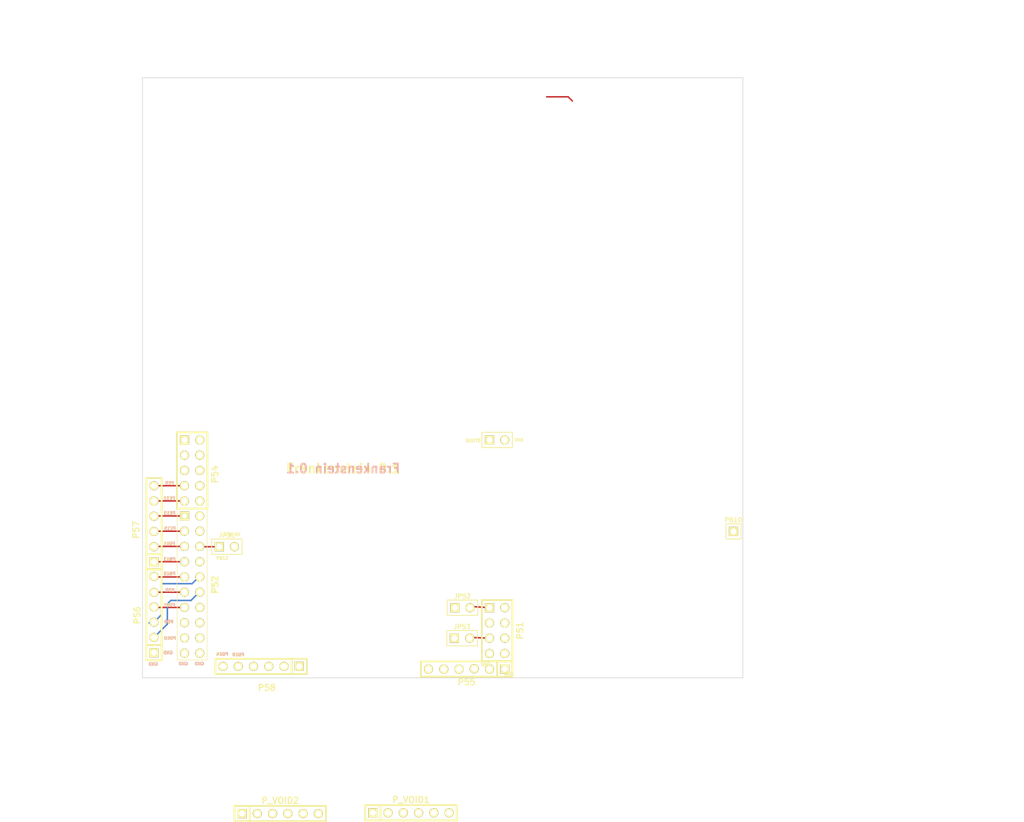
<source format=kicad_pcb>
(kicad_pcb (version 3) (host pcbnew "(2013-07-07 BZR 4022)-stable")

  (general
    (links 38)
    (no_connects 24)
    (area 96.266 79.121 266.827001 217.6018)
    (thickness 1.6)
    (drawings 58)
    (tracks 35)
    (zones 0)
    (modules 14)
    (nets 28)
  )

  (page A3)
  (layers
    (15 F.Cu signal)
    (0 B.Cu signal)
    (16 B.Adhes user)
    (17 F.Adhes user)
    (18 B.Paste user)
    (19 F.Paste user)
    (20 B.SilkS user)
    (21 F.SilkS user)
    (22 B.Mask user)
    (23 F.Mask user)
    (24 Dwgs.User user)
    (25 Cmts.User user)
    (26 Eco1.User user)
    (27 Eco2.User user)
    (28 Edge.Cuts user)
  )

  (setup
    (last_trace_width 0.254)
    (trace_clearance 0.2032)
    (zone_clearance 0.254)
    (zone_45_only no)
    (trace_min 0.254)
    (segment_width 0.2)
    (edge_width 0.1)
    (via_size 0.889)
    (via_drill 0.635)
    (via_min_size 0.889)
    (via_min_drill 0.508)
    (uvia_size 0.508)
    (uvia_drill 0.127)
    (uvias_allowed no)
    (uvia_min_size 0.508)
    (uvia_min_drill 0.127)
    (pcb_text_width 0.3)
    (pcb_text_size 1.5 1.5)
    (mod_edge_width 0.15)
    (mod_text_size 1 1)
    (mod_text_width 0.15)
    (pad_size 1.524 1.524)
    (pad_drill 1.016)
    (pad_to_mask_clearance 0)
    (aux_axis_origin 0 0)
    (visible_elements 7FFFFFBF)
    (pcbplotparams
      (layerselection 318537729)
      (usegerberextensions true)
      (excludeedgelayer true)
      (linewidth 0.150000)
      (plotframeref false)
      (viasonmask false)
      (mode 1)
      (useauxorigin false)
      (hpglpennumber 1)
      (hpglpenspeed 20)
      (hpglpendiameter 15)
      (hpglpenoverlay 2)
      (psnegative false)
      (psa4output false)
      (plotreference true)
      (plotvalue true)
      (plotothertext true)
      (plotinvisibletext false)
      (padsonsilk false)
      (subtractmaskfromsilk false)
      (outputformat 1)
      (mirror false)
      (drillshape 0)
      (scaleselection 1)
      (outputdirectory gerber))
  )

  (net 0 "")
  (net 1 /CAM)
  (net 2 /CAN_RX)
  (net 3 /CRANK)
  (net 4 /H_IN1)
  (net 5 /H_IN2)
  (net 6 /H_IN3)
  (net 7 /H_IN4)
  (net 8 /H_IN5)
  (net 9 /H_IN6)
  (net 10 /PA8)
  (net 11 /PB10)
  (net 12 /PB11)
  (net 13 /PB12)
  (net 14 /PB13)
  (net 15 /PB14)
  (net 16 /PB15)
  (net 17 /PC6)
  (net 18 /PD10)
  (net 19 /PD11)
  (net 20 /PD8)
  (net 21 /PD9)
  (net 22 /PE11)
  (net 23 /PE13)
  (net 24 /PE15)
  (net 25 /PE9)
  (net 26 /VP)
  (net 27 GND)

  (net_class Default "This is the default net class."
    (clearance 0.2032)
    (trace_width 0.254)
    (via_dia 0.889)
    (via_drill 0.635)
    (uvia_dia 0.508)
    (uvia_drill 0.127)
    (add_net "")
    (add_net /CAM)
    (add_net /CAN_RX)
    (add_net /CRANK)
    (add_net /H_IN1)
    (add_net /H_IN2)
    (add_net /H_IN3)
    (add_net /H_IN4)
    (add_net /H_IN5)
    (add_net /H_IN6)
    (add_net /PA8)
    (add_net /PB10)
    (add_net /PB11)
    (add_net /PB12)
    (add_net /PB13)
    (add_net /PB14)
    (add_net /PB15)
    (add_net /PC6)
    (add_net /PD10)
    (add_net /PD11)
    (add_net /PD8)
    (add_net /PD9)
    (add_net /PE11)
    (add_net /PE13)
    (add_net /PE15)
    (add_net /PE9)
    (add_net /VP)
    (add_net GND)
  )

  (module pin_array_4x2 (layer F.Cu) (tedit 3FAB90E6) (tstamp 52E3F361)
    (at 179.07 184.15 270)
    (descr "Double rangee de contacts 2 x 4 pins")
    (tags CONN)
    (path /52DB4402)
    (fp_text reference P51 (at 0 -3.81 270) (layer F.SilkS)
      (effects (font (size 1.016 1.016) (thickness 0.2032)))
    )
    (fp_text value CONN_4X2 (at 0 3.81 270) (layer F.SilkS) hide
      (effects (font (size 1.016 1.016) (thickness 0.2032)))
    )
    (fp_line (start -5.08 -2.54) (end 5.08 -2.54) (layer F.SilkS) (width 0.3048))
    (fp_line (start 5.08 -2.54) (end 5.08 2.54) (layer F.SilkS) (width 0.3048))
    (fp_line (start 5.08 2.54) (end -5.08 2.54) (layer F.SilkS) (width 0.3048))
    (fp_line (start -5.08 2.54) (end -5.08 -2.54) (layer F.SilkS) (width 0.3048))
    (pad 1 thru_hole rect (at -3.81 1.27 270) (size 1.524 1.524) (drill 1.016)
      (layers *.Cu *.Mask F.SilkS)
      (net 10 /PA8)
    )
    (pad 2 thru_hole circle (at -3.81 -1.27 270) (size 1.524 1.524) (drill 1.016)
      (layers *.Cu *.Mask F.SilkS)
    )
    (pad 3 thru_hole circle (at -1.27 1.27 270) (size 1.524 1.524) (drill 1.016)
      (layers *.Cu *.Mask F.SilkS)
    )
    (pad 4 thru_hole circle (at -1.27 -1.27 270) (size 1.524 1.524) (drill 1.016)
      (layers *.Cu *.Mask F.SilkS)
      (net 9 /H_IN6)
    )
    (pad 5 thru_hole circle (at 1.27 1.27 270) (size 1.524 1.524) (drill 1.016)
      (layers *.Cu *.Mask F.SilkS)
      (net 17 /PC6)
    )
    (pad 6 thru_hole circle (at 1.27 -1.27 270) (size 1.524 1.524) (drill 1.016)
      (layers *.Cu *.Mask F.SilkS)
      (net 8 /H_IN5)
    )
    (pad 7 thru_hole circle (at 3.81 1.27 270) (size 1.524 1.524) (drill 1.016)
      (layers *.Cu *.Mask F.SilkS)
      (net 27 GND)
    )
    (pad 8 thru_hole circle (at 3.81 -1.27 270) (size 1.524 1.524) (drill 1.016)
      (layers *.Cu *.Mask F.SilkS)
      (net 27 GND)
    )
    (model pin_array/pins_array_4x2.wrl
      (at (xyz 0 0 0))
      (scale (xyz 1 1 1))
      (rotate (xyz 0 0 0))
    )
  )

  (module PIN_ARRAY_5x2 (layer F.Cu) (tedit 52E48A36) (tstamp 52DB425D)
    (at 128.27 157.48 270)
    (descr "Double rangee de contacts 2 x 5 pins")
    (tags CONN)
    (path /52DB49D4)
    (fp_text reference P54 (at 0.635 -3.81 270) (layer F.SilkS)
      (effects (font (size 1.016 1.016) (thickness 0.2032)))
    )
    (fp_text value CONN_5X2 (at -0.127 -4.3815 270) (layer F.SilkS) hide
      (effects (font (size 1.016 1.016) (thickness 0.2032)))
    )
    (fp_line (start -6.35 -2.54) (end 6.35 -2.54) (layer F.SilkS) (width 0.3048))
    (fp_line (start 6.35 -2.54) (end 6.35 2.54) (layer F.SilkS) (width 0.3048))
    (fp_line (start 6.35 2.54) (end -6.35 2.54) (layer F.SilkS) (width 0.3048))
    (fp_line (start -6.35 2.54) (end -6.35 -2.54) (layer F.SilkS) (width 0.3048))
    (pad 1 thru_hole rect (at -5.08 1.27 270) (size 1.524 1.524) (drill 1.016)
      (layers *.Cu *.Mask F.SilkS)
    )
    (pad 2 thru_hole circle (at -5.08 -1.27 270) (size 1.524 1.524) (drill 1.016)
      (layers *.Cu *.Mask F.SilkS)
    )
    (pad 3 thru_hole circle (at -2.54 1.27 270) (size 1.524 1.524) (drill 1.016)
      (layers *.Cu *.Mask F.SilkS)
    )
    (pad 4 thru_hole circle (at -2.54 -1.27 270) (size 1.524 1.524) (drill 1.016)
      (layers *.Cu *.Mask F.SilkS)
    )
    (pad 5 thru_hole circle (at 0 1.27 270) (size 1.524 1.524) (drill 1.016)
      (layers *.Cu *.Mask F.SilkS)
    )
    (pad 6 thru_hole circle (at 0 -1.27 270) (size 1.524 1.524) (drill 1.016)
      (layers *.Cu *.Mask F.SilkS)
      (net 6 /H_IN3)
    )
    (pad 7 thru_hole circle (at 2.54 1.27 270) (size 1.524 1.524) (drill 1.016)
      (layers *.Cu *.Mask F.SilkS)
      (net 25 /PE9)
    )
    (pad 8 thru_hole circle (at 2.54 -1.27 270) (size 1.524 1.524) (drill 1.016)
      (layers *.Cu *.Mask F.SilkS)
      (net 4 /H_IN1)
    )
    (pad 9 thru_hole circle (at 5.08 1.27 270) (size 1.524 1.524) (drill 1.016)
      (layers *.Cu *.Mask F.SilkS)
      (net 22 /PE11)
    )
    (pad 10 thru_hole circle (at 5.08 -1.27 270) (size 1.524 1.524) (drill 1.016)
      (layers *.Cu *.Mask F.SilkS)
      (net 5 /H_IN2)
    )
    (model pin_array/pins_array_5x2.wrl
      (at (xyz 0 0 0))
      (scale (xyz 1 1 1))
      (rotate (xyz 0 0 0))
    )
  )

  (module PIN_ARRAY_2X1 (layer F.Cu) (tedit 52E34DD2) (tstamp 52DB4267)
    (at 179.07 152.4)
    (descr "Connecteurs 2 pins")
    (tags "CONN DEV")
    (path /52DB49B9)
    (fp_text reference P53 (at 0 -1.905) (layer F.SilkS) hide
      (effects (font (size 0.762 0.762) (thickness 0.1524)))
    )
    (fp_text value CONN_2 (at 0 -1.905) (layer F.SilkS) hide
      (effects (font (size 0.762 0.762) (thickness 0.1524)))
    )
    (fp_line (start -2.54 1.27) (end -2.54 -1.27) (layer F.SilkS) (width 0.1524))
    (fp_line (start -2.54 -1.27) (end 2.54 -1.27) (layer F.SilkS) (width 0.1524))
    (fp_line (start 2.54 -1.27) (end 2.54 1.27) (layer F.SilkS) (width 0.1524))
    (fp_line (start 2.54 1.27) (end -2.54 1.27) (layer F.SilkS) (width 0.1524))
    (pad 1 thru_hole rect (at -1.27 0) (size 1.524 1.524) (drill 1.016)
      (layers *.Cu *.Mask F.SilkS)
    )
    (pad 2 thru_hole circle (at 1.27 0) (size 1.524 1.524) (drill 1.016)
      (layers *.Cu *.Mask F.SilkS)
    )
    (model pin_array/pins_array_2x1.wrl
      (at (xyz 0 0 0))
      (scale (xyz 1 1 1))
      (rotate (xyz 0 0 0))
    )
  )

  (module PIN_ARRAY_10X2_M (layer F.Cu) (tedit 52E48A37) (tstamp 52DB4077)
    (at 128.27 176.53 270)
    (path /52DB4411)
    (fp_text reference P52 (at 0 -3.81 270) (layer F.SilkS)
      (effects (font (size 1.016 1.016) (thickness 0.254)))
    )
    (fp_text value CONN_10X2 (at -1.905 9.2075 270) (layer F.SilkS) hide
      (effects (font (size 1.016 1.016) (thickness 0.2032)))
    )
    (fp_line (start 12.49934 2.49936) (end 12.49934 -2.49936) (layer F.SilkS) (width 0.09906))
    (fp_line (start 12.49934 -2.49936) (end -12.7508 -2.49936) (layer F.SilkS) (width 0.09906))
    (fp_line (start -12.7508 -2.49936) (end -12.7508 2.49936) (layer F.SilkS) (width 0.09906))
    (fp_line (start -12.7508 2.49936) (end 12.49934 2.49936) (layer F.SilkS) (width 0.09906))
    (pad 1 thru_hole rect (at -11.47064 1.27 270) (size 1.524 1.524) (drill 0.8128)
      (layers *.Cu *.Mask F.SilkS)
      (net 23 /PE13)
    )
    (pad 2 thru_hole circle (at -11.47064 -1.27 270) (size 1.524 1.524) (drill 1.016)
      (layers *.Cu *.Mask F.SilkS)
      (net 7 /H_IN4)
    )
    (pad 3 thru_hole circle (at -8.93064 1.27 270) (size 1.524 1.524) (drill 1.016)
      (layers *.Cu *.Mask F.SilkS)
      (net 24 /PE15)
    )
    (pad 4 thru_hole circle (at -8.93064 -1.27 270) (size 1.524 1.524) (drill 1.016)
      (layers *.Cu *.Mask F.SilkS)
      (net 11 /PB10)
    )
    (pad 5 thru_hole circle (at -6.39064 1.27 270) (size 1.524 1.524) (drill 1.016)
      (layers *.Cu *.Mask F.SilkS)
      (net 12 /PB11)
    )
    (pad 6 thru_hole circle (at -6.39064 -1.27 270) (size 1.524 1.524) (drill 1.016)
      (layers *.Cu *.Mask F.SilkS)
      (net 13 /PB12)
    )
    (pad 7 thru_hole circle (at -3.85064 1.27 270) (size 1.524 1.524) (drill 1.016)
      (layers *.Cu *.Mask F.SilkS)
      (net 14 /PB13)
    )
    (pad 8 thru_hole circle (at -3.85064 -1.27 270) (size 1.524 1.524) (drill 1.016)
      (layers *.Cu *.Mask F.SilkS)
      (net 15 /PB14)
    )
    (pad 9 thru_hole circle (at -1.31064 1.27 270) (size 1.524 1.524) (drill 1.016)
      (layers *.Cu *.Mask F.SilkS)
      (net 16 /PB15)
    )
    (pad 10 thru_hole circle (at -1.31064 -1.27 270) (size 1.524 1.524) (drill 1.016)
      (layers *.Cu *.Mask F.SilkS)
      (net 20 /PD8)
    )
    (pad 11 thru_hole circle (at 1.22936 1.27 270) (size 1.524 1.524) (drill 1.016)
      (layers *.Cu *.Mask F.SilkS)
      (net 21 /PD9)
    )
    (pad 12 thru_hole circle (at 1.22936 -1.27 270) (size 1.524 1.524) (drill 1.016)
      (layers *.Cu *.Mask F.SilkS)
      (net 18 /PD10)
    )
    (pad 13 thru_hole circle (at 3.76936 1.27 270) (size 1.524 1.524) (drill 1.016)
      (layers *.Cu *.Mask F.SilkS)
      (net 19 /PD11)
    )
    (pad 14 thru_hole circle (at 3.76936 -1.27 270) (size 1.524 1.524) (drill 1.016)
      (layers *.Cu *.Mask F.SilkS)
    )
    (pad 15 thru_hole circle (at 6.30936 1.27 270) (size 1.524 1.524) (drill 1.016)
      (layers *.Cu *.Mask F.SilkS)
    )
    (pad 16 thru_hole circle (at 6.30936 -1.27 270) (size 1.524 1.524) (drill 1.016)
      (layers *.Cu *.Mask F.SilkS)
    )
    (pad 17 thru_hole circle (at 8.84936 1.27 270) (size 1.524 1.524) (drill 1.016)
      (layers *.Cu *.Mask F.SilkS)
    )
    (pad 18 thru_hole circle (at 8.84936 -1.27 270) (size 1.524 1.524) (drill 1.016)
      (layers *.Cu *.Mask F.SilkS)
    )
    (pad 19 thru_hole circle (at 11.38936 1.27 270) (size 1.524 1.524) (drill 1.016)
      (layers *.Cu *.Mask F.SilkS)
      (net 27 GND)
    )
    (pad 20 thru_hole circle (at 11.38936 -1.27 270) (size 1.524 1.524) (drill 1.016)
      (layers *.Cu *.Mask F.SilkS)
      (net 27 GND)
    )
    (model lib/3d/M_header_10x2.wrl
      (at (xyz 0 0 0))
      (scale (xyz 1 1 1))
      (rotate (xyz -90 0 0))
    )
  )

  (module PIN_ARRAY-6X1 (layer F.Cu) (tedit 52E48A39) (tstamp 52E34C6C)
    (at 121.92 181.483 90)
    (descr "Connecteur 6 pins")
    (tags "CONN DEV")
    (path /52E349DA)
    (fp_text reference P56 (at -0.127 -2.794 90) (layer F.SilkS)
      (effects (font (size 1.016 1.016) (thickness 0.2032)))
    )
    (fp_text value CONN_6 (at -1.4605 -3.048 90) (layer F.SilkS) hide
      (effects (font (size 1.016 0.889) (thickness 0.2032)))
    )
    (fp_line (start -7.62 1.27) (end -7.62 -1.27) (layer F.SilkS) (width 0.3048))
    (fp_line (start -7.62 -1.27) (end 7.62 -1.27) (layer F.SilkS) (width 0.3048))
    (fp_line (start 7.62 -1.27) (end 7.62 1.27) (layer F.SilkS) (width 0.3048))
    (fp_line (start 7.62 1.27) (end -7.62 1.27) (layer F.SilkS) (width 0.3048))
    (fp_line (start -5.08 1.27) (end -5.08 -1.27) (layer F.SilkS) (width 0.3048))
    (pad 1 thru_hole rect (at -6.35 0 90) (size 1.524 1.524) (drill 1.016)
      (layers *.Cu *.Mask F.SilkS)
      (net 27 GND)
    )
    (pad 2 thru_hole circle (at -3.81 0 90) (size 1.524 1.524) (drill 1.016)
      (layers *.Cu *.Mask F.SilkS)
      (net 18 /PD10)
    )
    (pad 3 thru_hole circle (at -1.27 0 90) (size 1.524 1.524) (drill 1.016)
      (layers *.Cu *.Mask F.SilkS)
      (net 20 /PD8)
    )
    (pad 4 thru_hole circle (at 1.27 0 90) (size 1.524 1.524) (drill 1.016)
      (layers *.Cu *.Mask F.SilkS)
      (net 19 /PD11)
    )
    (pad 5 thru_hole circle (at 3.683 0 90) (size 1.524 1.524) (drill 1.016)
      (layers *.Cu *.Mask F.SilkS)
      (net 21 /PD9)
    )
    (pad 6 thru_hole circle (at 6.35 0 90) (size 1.524 1.524) (drill 1.016)
      (layers *.Cu *.Mask F.SilkS)
      (net 16 /PB15)
    )
    (model pin_array/pins_array_6x1.wrl
      (at (xyz 0 0 0))
      (scale (xyz 1 1 1))
      (rotate (xyz 0 0 0))
    )
  )

  (module PIN_ARRAY-6X1 (layer F.Cu) (tedit 52E48A3A) (tstamp 52E34A79)
    (at 121.92 166.37 90)
    (descr "Connecteur 6 pins")
    (tags "CONN DEV")
    (path /52E349FD)
    (fp_text reference P57 (at -1.016 -2.9845 90) (layer F.SilkS)
      (effects (font (size 1.016 1.016) (thickness 0.2032)))
    )
    (fp_text value CONN_6 (at -0.254 -3.302 90) (layer F.SilkS) hide
      (effects (font (size 1.016 0.889) (thickness 0.2032)))
    )
    (fp_line (start -7.62 1.27) (end -7.62 -1.27) (layer F.SilkS) (width 0.3048))
    (fp_line (start -7.62 -1.27) (end 7.62 -1.27) (layer F.SilkS) (width 0.3048))
    (fp_line (start 7.62 -1.27) (end 7.62 1.27) (layer F.SilkS) (width 0.3048))
    (fp_line (start 7.62 1.27) (end -7.62 1.27) (layer F.SilkS) (width 0.3048))
    (fp_line (start -5.08 1.27) (end -5.08 -1.27) (layer F.SilkS) (width 0.3048))
    (pad 1 thru_hole rect (at -6.35 0 90) (size 1.524 1.524) (drill 1.016)
      (layers *.Cu *.Mask F.SilkS)
      (net 14 /PB13)
    )
    (pad 2 thru_hole circle (at -3.81 0 90) (size 1.524 1.524) (drill 1.016)
      (layers *.Cu *.Mask F.SilkS)
      (net 12 /PB11)
    )
    (pad 3 thru_hole circle (at -1.27 0 90) (size 1.524 1.524) (drill 1.016)
      (layers *.Cu *.Mask F.SilkS)
      (net 24 /PE15)
    )
    (pad 4 thru_hole circle (at 1.27 0 90) (size 1.524 1.524) (drill 1.016)
      (layers *.Cu *.Mask F.SilkS)
      (net 23 /PE13)
    )
    (pad 5 thru_hole circle (at 3.81 0 90) (size 1.524 1.524) (drill 1.016)
      (layers *.Cu *.Mask F.SilkS)
      (net 22 /PE11)
    )
    (pad 6 thru_hole circle (at 6.35 0 90) (size 1.524 1.524) (drill 1.016)
      (layers *.Cu *.Mask F.SilkS)
      (net 25 /PE9)
    )
    (model pin_array/pins_array_6x1.wrl
      (at (xyz 0 0 0))
      (scale (xyz 1 1 1))
      (rotate (xyz 0 0 0))
    )
  )

  (module PIN_ARRAY-6X1 (layer F.Cu) (tedit 52E3E709) (tstamp 52E3E6F0)
    (at 139.7635 190.119 180)
    (descr "Connecteur 6 pins")
    (tags "CONN DEV")
    (path /52E3E69E)
    (fp_text reference P58 (at -0.9525 -3.556 180) (layer F.SilkS)
      (effects (font (size 1.016 1.016) (thickness 0.2032)))
    )
    (fp_text value CONN_6 (at 0 2.159 180) (layer F.SilkS) hide
      (effects (font (size 1.016 0.889) (thickness 0.2032)))
    )
    (fp_line (start -7.62 1.27) (end -7.62 -1.27) (layer F.SilkS) (width 0.3048))
    (fp_line (start -7.62 -1.27) (end 7.62 -1.27) (layer F.SilkS) (width 0.3048))
    (fp_line (start 7.62 -1.27) (end 7.62 1.27) (layer F.SilkS) (width 0.3048))
    (fp_line (start 7.62 1.27) (end -7.62 1.27) (layer F.SilkS) (width 0.3048))
    (fp_line (start -5.08 1.27) (end -5.08 -1.27) (layer F.SilkS) (width 0.3048))
    (pad 1 thru_hole rect (at -6.35 0 180) (size 1.524 1.524) (drill 1.016)
      (layers *.Cu *.Mask F.SilkS)
      (net 27 GND)
    )
    (pad 2 thru_hole circle (at -3.81 0 180) (size 1.524 1.524) (drill 1.016)
      (layers *.Cu *.Mask F.SilkS)
      (net 27 GND)
    )
    (pad 3 thru_hole circle (at -1.27 0 180) (size 1.524 1.524) (drill 1.016)
      (layers *.Cu *.Mask F.SilkS)
      (net 27 GND)
    )
    (pad 4 thru_hole circle (at 1.27 0 180) (size 1.524 1.524) (drill 1.016)
      (layers *.Cu *.Mask F.SilkS)
      (net 27 GND)
    )
    (pad 5 thru_hole circle (at 3.81 0 180) (size 1.524 1.524) (drill 1.016)
      (layers *.Cu *.Mask F.SilkS)
      (net 11 /PB10)
    )
    (pad 6 thru_hole circle (at 6.35 0 180) (size 1.524 1.524) (drill 1.016)
      (layers *.Cu *.Mask F.SilkS)
      (net 15 /PB14)
    )
    (model pin_array/pins_array_6x1.wrl
      (at (xyz 0 0 0))
      (scale (xyz 1 1 1))
      (rotate (xyz 0 0 0))
    )
  )

  (module PIN_ARRAY-6X1 (layer F.Cu) (tedit 41402119) (tstamp 52E444EA)
    (at 164.719 214.503)
    (descr "Connecteur 6 pins")
    (tags "CONN DEV")
    (path /52E444C3)
    (fp_text reference P_VOID1 (at 0 -2.159) (layer F.SilkS)
      (effects (font (size 1.016 1.016) (thickness 0.2032)))
    )
    (fp_text value CONN_6 (at 0 2.159) (layer F.SilkS) hide
      (effects (font (size 1.016 0.889) (thickness 0.2032)))
    )
    (fp_line (start -7.62 1.27) (end -7.62 -1.27) (layer F.SilkS) (width 0.3048))
    (fp_line (start -7.62 -1.27) (end 7.62 -1.27) (layer F.SilkS) (width 0.3048))
    (fp_line (start 7.62 -1.27) (end 7.62 1.27) (layer F.SilkS) (width 0.3048))
    (fp_line (start 7.62 1.27) (end -7.62 1.27) (layer F.SilkS) (width 0.3048))
    (fp_line (start -5.08 1.27) (end -5.08 -1.27) (layer F.SilkS) (width 0.3048))
    (pad 1 thru_hole rect (at -6.35 0) (size 1.524 1.524) (drill 1.016)
      (layers *.Cu *.Mask F.SilkS)
    )
    (pad 2 thru_hole circle (at -3.81 0) (size 1.524 1.524) (drill 1.016)
      (layers *.Cu *.Mask F.SilkS)
    )
    (pad 3 thru_hole circle (at -1.27 0) (size 1.524 1.524) (drill 1.016)
      (layers *.Cu *.Mask F.SilkS)
      (net 26 /VP)
    )
    (pad 4 thru_hole circle (at 1.27 0) (size 1.524 1.524) (drill 1.016)
      (layers *.Cu *.Mask F.SilkS)
      (net 3 /CRANK)
    )
    (pad 5 thru_hole circle (at 3.81 0) (size 1.524 1.524) (drill 1.016)
      (layers *.Cu *.Mask F.SilkS)
      (net 2 /CAN_RX)
    )
    (pad 6 thru_hole circle (at 6.35 0) (size 1.524 1.524) (drill 1.016)
      (layers *.Cu *.Mask F.SilkS)
      (net 1 /CAM)
    )
    (model pin_array/pins_array_6x1.wrl
      (at (xyz 0 0 0))
      (scale (xyz 1 1 1))
      (rotate (xyz 0 0 0))
    )
  )

  (module PIN_ARRAY_2_A (layer F.Cu) (tedit 52A37156) (tstamp 52E44647)
    (at 173.2915 180.34)
    (descr "Connecter 2 pins")
    (tags "PIN 2")
    (path /52E33BA4)
    (fp_text reference JP52 (at 0 -1.905) (layer F.SilkS)
      (effects (font (size 0.762 0.762) (thickness 0.1524)))
    )
    (fp_text value JUMPER (at 0 1.905) (layer F.SilkS) hide
      (effects (font (size 0.762 0.762) (thickness 0.1524)))
    )
    (fp_line (start -2.54 1.27) (end -2.54 -1.27) (layer F.SilkS) (width 0.1524))
    (fp_line (start -2.54 -1.27) (end 2.54 -1.27) (layer F.SilkS) (width 0.1524))
    (fp_line (start 2.54 -1.27) (end 2.54 1.27) (layer F.SilkS) (width 0.1524))
    (fp_line (start 2.54 1.27) (end -2.54 1.27) (layer F.SilkS) (width 0.1524))
    (pad 1 thru_hole rect (at -1.27 0) (size 1.524 1.524) (drill 1.016)
      (layers *.Cu *.Mask F.SilkS)
      (net 3 /CRANK)
    )
    (pad 2 thru_hole circle (at 1.27 0) (size 1.524 1.524) (drill 1.016)
      (layers *.Cu *.Mask F.SilkS)
      (net 10 /PA8)
    )
    (model pin_array/pins_array_2x1.wrl
      (at (xyz 0 0 0))
      (scale (xyz 1 1 1))
      (rotate (xyz 0 0 0))
    )
  )

  (module PIN_ARRAY_2_A (layer F.Cu) (tedit 52A37156) (tstamp 52E44651)
    (at 173.228 185.42)
    (descr "Connecter 2 pins")
    (tags "PIN 2")
    (path /52E445CA)
    (fp_text reference JP53 (at 0 -1.905) (layer F.SilkS)
      (effects (font (size 0.762 0.762) (thickness 0.1524)))
    )
    (fp_text value JUMPER (at 0 1.905) (layer F.SilkS) hide
      (effects (font (size 0.762 0.762) (thickness 0.1524)))
    )
    (fp_line (start -2.54 1.27) (end -2.54 -1.27) (layer F.SilkS) (width 0.1524))
    (fp_line (start -2.54 -1.27) (end 2.54 -1.27) (layer F.SilkS) (width 0.1524))
    (fp_line (start 2.54 -1.27) (end 2.54 1.27) (layer F.SilkS) (width 0.1524))
    (fp_line (start 2.54 1.27) (end -2.54 1.27) (layer F.SilkS) (width 0.1524))
    (pad 1 thru_hole rect (at -1.27 0) (size 1.524 1.524) (drill 1.016)
      (layers *.Cu *.Mask F.SilkS)
      (net 1 /CAM)
    )
    (pad 2 thru_hole circle (at 1.27 0) (size 1.524 1.524) (drill 1.016)
      (layers *.Cu *.Mask F.SilkS)
      (net 17 /PC6)
    )
    (model pin_array/pins_array_2x1.wrl
      (at (xyz 0 0 0))
      (scale (xyz 1 1 1))
      (rotate (xyz 0 0 0))
    )
  )

  (module PIN_ARRAY_2_A (layer F.Cu) (tedit 52A37156) (tstamp 52E4465B)
    (at 134.0485 170.18)
    (descr "Connecter 2 pins")
    (tags "PIN 2")
    (path /52E445DC)
    (fp_text reference JP51 (at 0 -1.905) (layer F.SilkS)
      (effects (font (size 0.762 0.762) (thickness 0.1524)))
    )
    (fp_text value JUMPER (at 0 1.905) (layer F.SilkS) hide
      (effects (font (size 0.762 0.762) (thickness 0.1524)))
    )
    (fp_line (start -2.54 1.27) (end -2.54 -1.27) (layer F.SilkS) (width 0.1524))
    (fp_line (start -2.54 -1.27) (end 2.54 -1.27) (layer F.SilkS) (width 0.1524))
    (fp_line (start 2.54 -1.27) (end 2.54 1.27) (layer F.SilkS) (width 0.1524))
    (fp_line (start 2.54 1.27) (end -2.54 1.27) (layer F.SilkS) (width 0.1524))
    (pad 1 thru_hole rect (at -1.27 0) (size 1.524 1.524) (drill 1.016)
      (layers *.Cu *.Mask F.SilkS)
      (net 13 /PB12)
    )
    (pad 2 thru_hole circle (at 1.27 0) (size 1.524 1.524) (drill 1.016)
      (layers *.Cu *.Mask F.SilkS)
      (net 2 /CAN_RX)
    )
    (model pin_array/pins_array_2x1.wrl
      (at (xyz 0 0 0))
      (scale (xyz 1 1 1))
      (rotate (xyz 0 0 0))
    )
  )

  (module PIN_ARRAY-6X1 (layer F.Cu) (tedit 52E47547) (tstamp 52E47757)
    (at 173.99 190.5635 180)
    (descr "Connecteur 6 pins")
    (tags "CONN DEV")
    (path /52E474FE)
    (fp_text reference P55 (at 0 -2.159 180) (layer F.SilkS)
      (effects (font (size 1.016 1.016) (thickness 0.2032)))
    )
    (fp_text value CONN_6 (at 0 2.159 180) (layer F.SilkS) hide
      (effects (font (size 1.016 0.889) (thickness 0.2032)))
    )
    (fp_line (start -7.62 1.27) (end -7.62 -1.27) (layer F.SilkS) (width 0.3048))
    (fp_line (start -7.62 -1.27) (end 7.62 -1.27) (layer F.SilkS) (width 0.3048))
    (fp_line (start 7.62 -1.27) (end 7.62 1.27) (layer F.SilkS) (width 0.3048))
    (fp_line (start 7.62 1.27) (end -7.62 1.27) (layer F.SilkS) (width 0.3048))
    (fp_line (start -5.08 1.27) (end -5.08 -1.27) (layer F.SilkS) (width 0.3048))
    (pad 1 thru_hole rect (at -6.35 0 180) (size 1.524 1.524) (drill 1.016)
      (layers *.Cu *.Mask F.SilkS)
      (net 27 GND)
    )
    (pad 2 thru_hole circle (at -3.81 0 180) (size 1.524 1.524) (drill 1.016)
      (layers *.Cu *.Mask F.SilkS)
      (net 8 /H_IN5)
    )
    (pad 3 thru_hole circle (at -1.27 0.0635 180) (size 1.524 1.524) (drill 1.016)
      (layers *.Cu *.Mask F.SilkS)
      (net 9 /H_IN6)
    )
    (pad 4 thru_hole circle (at 1.27 0 180) (size 1.524 1.524) (drill 1.016)
      (layers *.Cu *.Mask F.SilkS)
      (net 27 GND)
    )
    (pad 5 thru_hole circle (at 3.81 0 180) (size 1.524 1.524) (drill 1.016)
      (layers *.Cu *.Mask F.SilkS)
      (net 27 GND)
    )
    (pad 6 thru_hole circle (at 6.35 0 180) (size 1.524 1.524) (drill 1.016)
      (layers *.Cu *.Mask F.SilkS)
      (net 27 GND)
    )
    (model pin_array/pins_array_6x1.wrl
      (at (xyz 0 0 0))
      (scale (xyz 1 1 1))
      (rotate (xyz 0 0 0))
    )
  )

  (module PIN_ARRAY_1 (layer F.Cu) (tedit 4E4E744E) (tstamp 52E8321F)
    (at 218.44 167.64)
    (descr "1 pin")
    (tags "CONN DEV")
    (path /52E831CD)
    (fp_text reference P610 (at 0 -1.905) (layer F.SilkS)
      (effects (font (size 0.762 0.762) (thickness 0.1524)))
    )
    (fp_text value CONN_1 (at 0 -1.905) (layer F.SilkS) hide
      (effects (font (size 0.762 0.762) (thickness 0.1524)))
    )
    (fp_line (start 1.27 1.27) (end -1.27 1.27) (layer F.SilkS) (width 0.1524))
    (fp_line (start -1.27 -1.27) (end 1.27 -1.27) (layer F.SilkS) (width 0.1524))
    (fp_line (start -1.27 1.27) (end -1.27 -1.27) (layer F.SilkS) (width 0.1524))
    (fp_line (start 1.27 -1.27) (end 1.27 1.27) (layer F.SilkS) (width 0.1524))
    (pad 1 thru_hole rect (at 0 0) (size 1.524 1.524) (drill 1.016)
      (layers *.Cu *.Mask F.SilkS)
      (net 26 /VP)
    )
    (model pin_array\pin_1.wrl
      (at (xyz 0 0 0))
      (scale (xyz 1 1 1))
      (rotate (xyz 0 0 0))
    )
  )

  (module PIN_ARRAY-6X1 (layer F.Cu) (tedit 41402119) (tstamp 52EB0259)
    (at 142.9385 214.63)
    (descr "Connecteur 6 pins")
    (tags "CONN DEV")
    (path /52EB01FA)
    (fp_text reference P_VOID2 (at 0 -2.159) (layer F.SilkS)
      (effects (font (size 1.016 1.016) (thickness 0.2032)))
    )
    (fp_text value CONN_6 (at 0 2.159) (layer F.SilkS) hide
      (effects (font (size 1.016 0.889) (thickness 0.2032)))
    )
    (fp_line (start -7.62 1.27) (end -7.62 -1.27) (layer F.SilkS) (width 0.3048))
    (fp_line (start -7.62 -1.27) (end 7.62 -1.27) (layer F.SilkS) (width 0.3048))
    (fp_line (start 7.62 -1.27) (end 7.62 1.27) (layer F.SilkS) (width 0.3048))
    (fp_line (start 7.62 1.27) (end -7.62 1.27) (layer F.SilkS) (width 0.3048))
    (fp_line (start -5.08 1.27) (end -5.08 -1.27) (layer F.SilkS) (width 0.3048))
    (pad 1 thru_hole rect (at -6.35 0) (size 1.524 1.524) (drill 1.016)
      (layers *.Cu *.Mask F.SilkS)
    )
    (pad 2 thru_hole circle (at -3.81 0) (size 1.524 1.524) (drill 1.016)
      (layers *.Cu *.Mask F.SilkS)
    )
    (pad 3 thru_hole circle (at -1.27 0) (size 1.524 1.524) (drill 1.016)
      (layers *.Cu *.Mask F.SilkS)
      (net 6 /H_IN3)
    )
    (pad 4 thru_hole circle (at 1.27 0) (size 1.524 1.524) (drill 1.016)
      (layers *.Cu *.Mask F.SilkS)
      (net 7 /H_IN4)
    )
    (pad 5 thru_hole circle (at 3.81 0) (size 1.524 1.524) (drill 1.016)
      (layers *.Cu *.Mask F.SilkS)
      (net 5 /H_IN2)
    )
    (pad 6 thru_hole circle (at 6.35 0) (size 1.524 1.524) (drill 1.016)
      (layers *.Cu *.Mask F.SilkS)
      (net 4 /H_IN1)
    )
    (model pin_array/pins_array_6x1.wrl
      (at (xyz 0 0 0))
      (scale (xyz 1 1 1))
      (rotate (xyz 0 0 0))
    )
  )

  (gr_text "Frankenstein 0.1" (at 153.416 157.1625) (layer B.SilkS)
    (effects (font (size 1.5 1.5) (thickness 0.3)) (justify mirror))
  )
  (gr_text "Frankenstein 0.1" (at 153.416 157.1625) (layer F.SilkS)
    (effects (font (size 1.5 1.5) (thickness 0.3)))
  )
  (gr_text PB13 (at 124.5235 172.2755) (layer B.SilkS)
    (effects (font (size 0.508 0.508) (thickness 0.127)) (justify mirror))
  )
  (gr_text PB15 (at 124.5235 174.6885) (layer B.SilkS)
    (effects (font (size 0.508 0.508) (thickness 0.127)) (justify mirror))
  )
  (gr_text PD9 (at 124.587 177.419) (layer B.SilkS)
    (effects (font (size 0.508 0.508) (thickness 0.127)) (justify mirror))
  )
  (gr_text PD11 (at 124.46 179.8955) (layer B.SilkS)
    (effects (font (size 0.508 0.508) (thickness 0.127)) (justify mirror))
  )
  (gr_text PD8 (at 124.3965 182.6895) (layer B.SilkS)
    (effects (font (size 0.508 0.508) (thickness 0.127)) (justify mirror))
  )
  (gr_text PB10 (at 135.9535 188.1505) (layer B.SilkS)
    (effects (font (size 0.508 0.508) (thickness 0.127)) (justify mirror))
  )
  (gr_text PB14 (at 133.2865 188.087) (layer B.SilkS)
    (effects (font (size 0.508 0.508) (thickness 0.127)) (justify mirror))
  )
  (gr_text GND (at 129.4765 189.6745) (layer B.SilkS)
    (effects (font (size 0.508 0.508) (thickness 0.127)) (justify mirror))
  )
  (gr_text GND (at 126.8095 189.6745) (layer B.SilkS)
    (effects (font (size 0.508 0.508) (thickness 0.127)) (justify mirror))
  )
  (gr_text PD10 (at 124.587 185.42) (layer B.SilkS)
    (effects (font (size 0.508 0.508) (thickness 0.127)) (justify mirror))
  )
  (gr_text GND (at 124.2695 187.833) (layer B.SilkS)
    (effects (font (size 0.508 0.508) (thickness 0.127)) (justify mirror))
  )
  (gr_text GND (at 121.793 189.738) (layer B.SilkS)
    (effects (font (size 0.508 0.508) (thickness 0.127)) (justify mirror))
  )
  (gr_text PB12 (at 133.2865 172.085) (layer F.SilkS)
    (effects (font (size 0.508 0.508) (thickness 0.127)))
  )
  (gr_text PB10 (at 135.9535 188.1505) (layer F.SilkS)
    (effects (font (size 0.508 0.508) (thickness 0.127)))
  )
  (gr_text PB14 (at 133.2865 188.087) (layer F.SilkS)
    (effects (font (size 0.508 0.508) (thickness 0.127)))
  )
  (gr_text PD10 (at 124.587 185.42) (layer F.SilkS)
    (effects (font (size 0.508 0.508) (thickness 0.127)))
  )
  (gr_text PD8 (at 124.3965 182.6895) (layer F.SilkS)
    (effects (font (size 0.508 0.508) (thickness 0.127)))
  )
  (gr_text PB11 (at 124.46 169.672) (layer B.SilkS)
    (effects (font (size 0.508 0.508) (thickness 0.127)) (justify mirror))
  )
  (gr_text PE15 (at 124.587 167.132) (layer B.SilkS)
    (effects (font (size 0.508 0.508) (thickness 0.127)) (justify mirror))
  )
  (gr_text PE13 (at 124.5235 164.592) (layer B.SilkS)
    (effects (font (size 0.508 0.508) (thickness 0.127)) (justify mirror))
  )
  (gr_text PE11 (at 124.46 162.1155) (layer B.SilkS)
    (effects (font (size 0.508 0.508) (thickness 0.127)) (justify mirror))
  )
  (gr_text PE9 (at 124.5235 159.5755) (layer B.SilkS)
    (effects (font (size 0.508 0.508) (thickness 0.127)) (justify mirror))
  )
  (gr_text PE11 (at 124.46 162.1155) (layer F.SilkS)
    (effects (font (size 0.508 0.508) (thickness 0.127)))
  )
  (gr_text PE9 (at 124.5235 159.5755) (layer F.SilkS)
    (effects (font (size 0.508 0.508) (thickness 0.127)))
  )
  (gr_text BOOT0 (at 175.0695 152.527) (layer F.SilkS)
    (effects (font (size 0.508 0.508) (thickness 0.127)))
  )
  (gr_text VDD (at 182.6895 152.4) (layer F.SilkS)
    (effects (font (size 0.508 0.508) (thickness 0.127)))
  )
  (gr_text GND (at 180.975 191.389) (layer F.SilkS)
    (effects (font (size 0.508 0.508) (thickness 0.127)))
  )
  (gr_text GND (at 177.165 189.8015) (layer F.SilkS)
    (effects (font (size 0.508 0.508) (thickness 0.127)))
  )
  (gr_text GND (at 129.4765 189.6745) (layer F.SilkS)
    (effects (font (size 0.508 0.508) (thickness 0.127)))
  )
  (gr_text GND (at 126.8095 189.6745) (layer F.SilkS)
    (effects (font (size 0.508 0.508) (thickness 0.127)))
  )
  (gr_text GND (at 121.793 189.738) (layer F.SilkS)
    (effects (font (size 0.508 0.508) (thickness 0.127)))
  )
  (gr_text PE13 (at 124.5235 164.592) (layer F.SilkS)
    (effects (font (size 0.508 0.508) (thickness 0.127)))
  )
  (gr_text PE15 (at 124.587 167.132) (layer F.SilkS)
    (effects (font (size 0.508 0.508) (thickness 0.127)))
  )
  (gr_text PB11 (at 124.46 169.672) (layer F.SilkS)
    (effects (font (size 0.508 0.508) (thickness 0.127)))
  )
  (gr_text PB13 (at 124.5235 172.2755) (layer F.SilkS)
    (effects (font (size 0.508 0.508) (thickness 0.127)))
  )
  (gr_text PB15 (at 124.5235 174.6885) (layer F.SilkS)
    (effects (font (size 0.508 0.508) (thickness 0.127)))
  )
  (gr_text PD9 (at 124.587 177.419) (layer F.SilkS)
    (effects (font (size 0.508 0.508) (thickness 0.127)))
  )
  (gr_text PD11 (at 124.46 179.8955) (layer F.SilkS)
    (effects (font (size 0.508 0.508) (thickness 0.127)))
  )
  (gr_text "CAN RX" (at 134.874 168.148) (layer F.SilkS)
    (effects (font (size 0.508 0.508) (thickness 0.127)))
  )
  (gr_text GND (at 124.2695 187.833) (layer F.SilkS)
    (effects (font (size 0.508 0.508) (thickness 0.127)))
  )
  (gr_line (start 220 192.024) (end 120 192.024) (angle 90) (layer Edge.Cuts) (width 0.1))
  (gr_line (start 220 92.075) (end 220 192.024) (angle 90) (layer Edge.Cuts) (width 0.1))
  (gr_line (start 120 192.024) (end 120 92.075) (angle 90) (layer Edge.Cuts) (width 0.1))
  (gr_line (start 120 92.075) (end 220 92.075) (angle 90) (layer Edge.Cuts) (width 0.1))
  (gr_line (start 120.65 93.345) (end 186.69 93.345) (angle 90) (layer Cmts.User) (width 0.2))
  (gr_line (start 186.69 190.5) (end 186.69 93.472) (angle 90) (layer Cmts.User) (width 0.2))
  (gr_line (start 120.65 190.5) (end 186.69 190.5) (angle 90) (layer Cmts.User) (width 0.2))
  (gr_line (start 120.65 190.5) (end 120.65 93.472) (angle 90) (layer Cmts.User) (width 0.2))
  (gr_line (start 180.34 127) (end 177.8 127) (angle 90) (layer Cmts.User) (width 0.2))
  (gr_line (start 180.34 187.96) (end 180.34 127) (angle 90) (layer Cmts.User) (width 0.2))
  (gr_line (start 177.8 187.96) (end 180.34 187.96) (angle 90) (layer Cmts.User) (width 0.2))
  (gr_line (start 177.8 127) (end 177.8 187.96) (angle 90) (layer Cmts.User) (width 0.2))
  (gr_line (start 127 127) (end 129.54 127) (angle 90) (layer Cmts.User) (width 0.2))
  (gr_line (start 129.54 187.96) (end 129.54 127) (angle 90) (layer Cmts.User) (width 0.2))
  (gr_line (start 127 187.96) (end 129.54 187.96) (angle 90) (layer Cmts.User) (width 0.2))
  (gr_line (start 127 127) (end 127 187.96) (angle 90) (layer Cmts.User) (width 0.2))

  (segment (start 187.325 95.25) (end 190.9064 95.25) (width 0.254) (layer F.Cu) (net 0))
  (segment (start 190.9064 95.25) (end 191.5922 95.9358) (width 0.254) (layer F.Cu) (net 0) (tstamp 52F0B930))
  (segment (start 180.34 185.42) (end 180.5305 185.42) (width 0.254) (layer F.Cu) (net 8))
  (segment (start 174.9425 180.1495) (end 177.8 180.34) (width 0.254) (layer F.Cu) (net 10) (status 10))
  (segment (start 127 170.13936) (end 121.96064 170.13936) (width 0.254) (layer F.Cu) (net 12))
  (segment (start 121.96064 170.13936) (end 121.92 170.18) (width 0.254) (layer F.Cu) (net 12) (tstamp 52E34CA8))
  (segment (start 132.207 170.18) (end 129.54 170.18) (width 0.254) (layer F.Cu) (net 13) (status 10))
  (segment (start 127 172.67936) (end 121.96064 172.67936) (width 0.254) (layer F.Cu) (net 14))
  (segment (start 121.96064 172.67936) (end 121.92 172.72) (width 0.254) (layer F.Cu) (net 14) (tstamp 52E34CA5))
  (segment (start 127 175.21936) (end 122.00636 175.21936) (width 0.254) (layer F.Cu) (net 16))
  (segment (start 122.00636 175.21936) (end 121.92 175.133) (width 0.254) (layer F.Cu) (net 16) (tstamp 52E34CA2))
  (segment (start 174.752 185.293) (end 177.8 185.42) (width 0.254) (layer F.Cu) (net 17) (status 10))
  (segment (start 129.54 177.75936) (end 129.45364 177.75936) (width 0.254) (layer B.Cu) (net 18))
  (segment (start 124.1425 183.0705) (end 121.92 185.293) (width 0.254) (layer B.Cu) (net 18) (tstamp 52E3E7E9))
  (segment (start 124.1425 179.705) (end 124.1425 183.0705) (width 0.254) (layer B.Cu) (net 18) (tstamp 52E3E7E4))
  (segment (start 124.714 179.1335) (end 124.1425 179.705) (width 0.254) (layer B.Cu) (net 18) (tstamp 52E3E7E2))
  (segment (start 128.0795 179.1335) (end 124.714 179.1335) (width 0.254) (layer B.Cu) (net 18) (tstamp 52E3E7E0))
  (segment (start 129.45364 177.75936) (end 128.0795 179.1335) (width 0.254) (layer B.Cu) (net 18) (tstamp 52E3E7DF))
  (segment (start 127 180.29936) (end 122.00636 180.29936) (width 0.254) (layer F.Cu) (net 19))
  (segment (start 122.00636 180.29936) (end 121.92 180.213) (width 0.254) (layer F.Cu) (net 19) (tstamp 52E34CAB))
  (segment (start 129.54 175.21936) (end 129.39014 175.21936) (width 0.254) (layer B.Cu) (net 20))
  (segment (start 121.793 182.88) (end 121.0945 182.88) (width 0.254) (layer B.Cu) (net 20) (tstamp 52E3E7D4))
  (segment (start 123.19 181.483) (end 121.793 182.88) (width 0.254) (layer B.Cu) (net 20) (tstamp 52E3E7D2))
  (segment (start 123.19 176.403) (end 123.19 181.483) (width 0.254) (layer B.Cu) (net 20) (tstamp 52E3E7D0))
  (segment (start 123.2535 176.3395) (end 123.19 176.403) (width 0.254) (layer B.Cu) (net 20) (tstamp 52E3E7C8))
  (segment (start 128.27 176.3395) (end 123.2535 176.3395) (width 0.254) (layer B.Cu) (net 20) (tstamp 52E3E7C5))
  (segment (start 129.39014 175.21936) (end 128.27 176.3395) (width 0.254) (layer B.Cu) (net 20) (tstamp 52E3E7C3))
  (segment (start 127 177.75936) (end 121.96064 177.75936) (width 0.254) (layer F.Cu) (net 21))
  (segment (start 121.96064 177.75936) (end 121.92 177.8) (width 0.254) (layer F.Cu) (net 21) (tstamp 52E34C9F))
  (segment (start 127 162.56) (end 121.92 162.56) (width 0.254) (layer F.Cu) (net 22))
  (segment (start 127 165.05936) (end 121.96064 165.05936) (width 0.254) (layer F.Cu) (net 23))
  (segment (start 121.96064 165.05936) (end 121.92 165.1) (width 0.254) (layer F.Cu) (net 23) (tstamp 52E34CAF))
  (segment (start 127 167.59936) (end 121.96064 167.59936) (width 0.254) (layer F.Cu) (net 24))
  (segment (start 121.96064 167.59936) (end 121.92 167.64) (width 0.254) (layer F.Cu) (net 24) (tstamp 52E34CB2))
  (segment (start 127 160.02) (end 121.92 160.02) (width 0.254) (layer F.Cu) (net 25))

  (zone (net 27) (net_name GND) (layer F.Cu) (tstamp 52DB43D9) (hatch edge 0.508)
    (connect_pads (clearance 0.254))
    (min_thickness 0.254)
    (fill (arc_segments 16) (thermal_gap 0.254) (thermal_bridge_width 0.508))
    (polygon
      (pts
        (xy 96.266 79.121) (xy 96.266 200.152) (xy 266.827 200.152) (xy 266.827 79.121)
      )
    )
  )
  (zone (net 27) (net_name GND) (layer B.Cu) (tstamp 52DB43F0) (hatch edge 0.508)
    (connect_pads (clearance 0.254))
    (min_thickness 0.254)
    (fill (arc_segments 16) (thermal_gap 0.254) (thermal_bridge_width 0.508))
    (polygon
      (pts
        (xy 233.68 83.82) (xy 233.68 205.74) (xy 109.22 205.74) (xy 109.22 83.82)
      )
    )
  )
)

</source>
